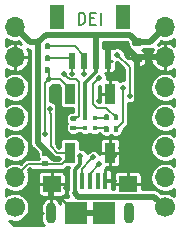
<source format=gbr>
G04 #@! TF.GenerationSoftware,KiCad,Pcbnew,5.99.0-unknown-c3175b4~86~ubuntu16.04.1*
G04 #@! TF.CreationDate,2020-03-16T03:04:42+00:00*
G04 #@! TF.ProjectId,kuiick,6b756969-636b-42e6-9b69-6361645f7063,rev?*
G04 #@! TF.SameCoordinates,Original*
G04 #@! TF.FileFunction,Copper,L1,Top*
G04 #@! TF.FilePolarity,Positive*
%FSLAX46Y46*%
G04 Gerber Fmt 4.6, Leading zero omitted, Abs format (unit mm)*
G04 Created by KiCad (PCBNEW 5.99.0-unknown-c3175b4~86~ubuntu16.04.1) date 2020-03-16 03:04:42*
%MOMM*%
%LPD*%
G04 APERTURE LIST*
%ADD10C,0.150000*%
%ADD11R,0.900000X1.700000*%
%ADD12C,1.700000*%
%ADD13O,1.700000X1.700000*%
%ADD14C,0.100000*%
%ADD15C,0.400000*%
%ADD16O,0.900000X1.800000*%
%ADD17R,1.900000X1.900000*%
%ADD18R,1.600000X1.400000*%
%ADD19R,0.400000X1.350000*%
%ADD20C,0.700000*%
%ADD21R,0.400000X0.400000*%
%ADD22R,1.198880X1.998980*%
%ADD23R,0.599440X1.348740*%
%ADD24C,0.508000*%
%ADD25C,0.127000*%
%ADD26C,0.300000*%
%ADD27C,0.500000*%
%ADD28C,0.250000*%
%ADD29C,0.254000*%
G04 APERTURE END LIST*
D10*
X149047619Y-92152380D02*
X149047619Y-91152380D01*
X149285714Y-91152380D01*
X149428571Y-91200000D01*
X149523809Y-91295238D01*
X149571428Y-91390476D01*
X149619047Y-91580952D01*
X149619047Y-91723809D01*
X149571428Y-91914285D01*
X149523809Y-92009523D01*
X149428571Y-92104761D01*
X149285714Y-92152380D01*
X149047619Y-92152380D01*
X150047619Y-91628571D02*
X150380952Y-91628571D01*
X150523809Y-92152380D02*
X150047619Y-92152380D01*
X150047619Y-91152380D01*
X150523809Y-91152380D01*
X150952380Y-92152380D02*
X150952380Y-91152380D01*
D11*
X151700000Y-98000000D03*
X148300000Y-98000000D03*
X151700000Y-103000000D03*
X148300000Y-103000000D03*
D12*
X156350000Y-107620000D03*
D13*
X156350000Y-105080000D03*
X156350000Y-102540000D03*
X156350000Y-100000000D03*
X156350000Y-97460000D03*
X156350000Y-94920000D03*
X156350000Y-92380000D03*
D12*
X143650000Y-107620000D03*
D13*
X143650000Y-105080000D03*
X143650000Y-102540000D03*
X143650000Y-100000000D03*
X143650000Y-97460000D03*
X143650000Y-94920000D03*
X143650000Y-92380000D03*
D14*
G36*
X146538268Y-95757612D02*
G01*
X146570711Y-95779289D01*
X146592388Y-95811732D01*
X146600000Y-95850000D01*
X146600000Y-96150000D01*
X146592388Y-96188268D01*
X146570711Y-96220711D01*
X146538268Y-96242388D01*
X146500000Y-96250000D01*
X146300000Y-96250000D01*
X146261732Y-96242388D01*
X146229289Y-96220711D01*
X146207612Y-96188268D01*
X146200000Y-96150000D01*
X146200000Y-95850000D01*
X146207612Y-95811732D01*
X146229289Y-95779289D01*
X146261732Y-95757612D01*
X146300000Y-95750000D01*
X146500000Y-95750000D01*
X146538268Y-95757612D01*
X146538268Y-95757612D01*
G37*
D15*
X146400000Y-96000000D03*
D14*
G36*
X145738268Y-95757612D02*
G01*
X145770711Y-95779289D01*
X145792388Y-95811732D01*
X145800000Y-95850000D01*
X145800000Y-96150000D01*
X145792388Y-96188268D01*
X145770711Y-96220711D01*
X145738268Y-96242388D01*
X145700000Y-96250000D01*
X145500000Y-96250000D01*
X145461732Y-96242388D01*
X145429289Y-96220711D01*
X145407612Y-96188268D01*
X145400000Y-96150000D01*
X145400000Y-95850000D01*
X145407612Y-95811732D01*
X145429289Y-95779289D01*
X145461732Y-95757612D01*
X145500000Y-95750000D01*
X145700000Y-95750000D01*
X145738268Y-95757612D01*
X145738268Y-95757612D01*
G37*
D15*
X145600000Y-96000000D03*
D14*
G36*
X146388268Y-103707612D02*
G01*
X146420711Y-103729289D01*
X146442388Y-103761732D01*
X146450000Y-103800000D01*
X146450000Y-104000000D01*
X146442388Y-104038268D01*
X146420711Y-104070711D01*
X146388268Y-104092388D01*
X146350000Y-104100000D01*
X146050000Y-104100000D01*
X146011732Y-104092388D01*
X145979289Y-104070711D01*
X145957612Y-104038268D01*
X145950000Y-104000000D01*
X145950000Y-103800000D01*
X145957612Y-103761732D01*
X145979289Y-103729289D01*
X146011732Y-103707612D01*
X146050000Y-103700000D01*
X146350000Y-103700000D01*
X146388268Y-103707612D01*
X146388268Y-103707612D01*
G37*
D15*
X146200000Y-103900000D03*
D14*
G36*
X146388268Y-102907612D02*
G01*
X146420711Y-102929289D01*
X146442388Y-102961732D01*
X146450000Y-103000000D01*
X146450000Y-103200000D01*
X146442388Y-103238268D01*
X146420711Y-103270711D01*
X146388268Y-103292388D01*
X146350000Y-103300000D01*
X146050000Y-103300000D01*
X146011732Y-103292388D01*
X145979289Y-103270711D01*
X145957612Y-103238268D01*
X145950000Y-103200000D01*
X145950000Y-103000000D01*
X145957612Y-102961732D01*
X145979289Y-102929289D01*
X146011732Y-102907612D01*
X146050000Y-102900000D01*
X146350000Y-102900000D01*
X146388268Y-102907612D01*
X146388268Y-102907612D01*
G37*
D15*
X146200000Y-103100000D03*
D14*
G36*
X146538268Y-93757612D02*
G01*
X146570711Y-93779289D01*
X146592388Y-93811732D01*
X146600000Y-93850000D01*
X146600000Y-94150000D01*
X146592388Y-94188268D01*
X146570711Y-94220711D01*
X146538268Y-94242388D01*
X146500000Y-94250000D01*
X146300000Y-94250000D01*
X146261732Y-94242388D01*
X146229289Y-94220711D01*
X146207612Y-94188268D01*
X146200000Y-94150000D01*
X146200000Y-93850000D01*
X146207612Y-93811732D01*
X146229289Y-93779289D01*
X146261732Y-93757612D01*
X146300000Y-93750000D01*
X146500000Y-93750000D01*
X146538268Y-93757612D01*
X146538268Y-93757612D01*
G37*
D15*
X146400000Y-94000000D03*
D14*
G36*
X145738268Y-93757612D02*
G01*
X145770711Y-93779289D01*
X145792388Y-93811732D01*
X145800000Y-93850000D01*
X145800000Y-94150000D01*
X145792388Y-94188268D01*
X145770711Y-94220711D01*
X145738268Y-94242388D01*
X145700000Y-94250000D01*
X145500000Y-94250000D01*
X145461732Y-94242388D01*
X145429289Y-94220711D01*
X145407612Y-94188268D01*
X145400000Y-94150000D01*
X145400000Y-93850000D01*
X145407612Y-93811732D01*
X145429289Y-93779289D01*
X145461732Y-93757612D01*
X145500000Y-93750000D01*
X145700000Y-93750000D01*
X145738268Y-93757612D01*
X145738268Y-93757612D01*
G37*
D15*
X145600000Y-94000000D03*
D14*
G36*
X146538268Y-94757612D02*
G01*
X146570711Y-94779289D01*
X146592388Y-94811732D01*
X146600000Y-94850000D01*
X146600000Y-95150000D01*
X146592388Y-95188268D01*
X146570711Y-95220711D01*
X146538268Y-95242388D01*
X146500000Y-95250000D01*
X146300000Y-95250000D01*
X146261732Y-95242388D01*
X146229289Y-95220711D01*
X146207612Y-95188268D01*
X146200000Y-95150000D01*
X146200000Y-94850000D01*
X146207612Y-94811732D01*
X146229289Y-94779289D01*
X146261732Y-94757612D01*
X146300000Y-94750000D01*
X146500000Y-94750000D01*
X146538268Y-94757612D01*
X146538268Y-94757612D01*
G37*
D15*
X146400000Y-95000000D03*
D14*
G36*
X145738268Y-94757612D02*
G01*
X145770711Y-94779289D01*
X145792388Y-94811732D01*
X145800000Y-94850000D01*
X145800000Y-95150000D01*
X145792388Y-95188268D01*
X145770711Y-95220711D01*
X145738268Y-95242388D01*
X145700000Y-95250000D01*
X145500000Y-95250000D01*
X145461732Y-95242388D01*
X145429289Y-95220711D01*
X145407612Y-95188268D01*
X145400000Y-95150000D01*
X145400000Y-94850000D01*
X145407612Y-94811732D01*
X145429289Y-94779289D01*
X145461732Y-94757612D01*
X145500000Y-94750000D01*
X145700000Y-94750000D01*
X145738268Y-94757612D01*
X145738268Y-94757612D01*
G37*
D15*
X145600000Y-95000000D03*
D16*
X153300000Y-108100000D03*
X146700000Y-108100000D03*
D17*
X151200000Y-108100000D03*
X148800000Y-108100000D03*
D18*
X153200000Y-105650000D03*
X146800000Y-105650000D03*
D19*
X151300000Y-105425000D03*
X150650000Y-105425000D03*
X150000000Y-105425000D03*
X149350000Y-105425000D03*
X148700000Y-105425000D03*
D14*
G36*
X154291970Y-94663321D02*
G01*
X154348744Y-94701256D01*
X154386679Y-94758030D01*
X154400000Y-94825000D01*
X154400000Y-95175000D01*
X154386679Y-95241970D01*
X154348744Y-95298744D01*
X154291970Y-95336679D01*
X154225000Y-95350000D01*
X153775000Y-95350000D01*
X153708030Y-95336679D01*
X153651256Y-95298744D01*
X153613321Y-95241970D01*
X153600000Y-95175000D01*
X153600000Y-94825000D01*
X153613321Y-94758030D01*
X153651256Y-94701256D01*
X153708030Y-94663321D01*
X153775000Y-94650000D01*
X154225000Y-94650000D01*
X154291970Y-94663321D01*
X154291970Y-94663321D01*
G37*
D20*
X154000000Y-95000000D03*
D14*
G36*
X154291970Y-93263321D02*
G01*
X154348744Y-93301256D01*
X154386679Y-93358030D01*
X154400000Y-93425000D01*
X154400000Y-93775000D01*
X154386679Y-93841970D01*
X154348744Y-93898744D01*
X154291970Y-93936679D01*
X154225000Y-93950000D01*
X153775000Y-93950000D01*
X153708030Y-93936679D01*
X153651256Y-93898744D01*
X153613321Y-93841970D01*
X153600000Y-93775000D01*
X153600000Y-93425000D01*
X153613321Y-93358030D01*
X153651256Y-93301256D01*
X153708030Y-93263321D01*
X153775000Y-93250000D01*
X154225000Y-93250000D01*
X154291970Y-93263321D01*
X154291970Y-93263321D01*
G37*
D20*
X154000000Y-93600000D03*
D14*
G36*
X151538268Y-99757612D02*
G01*
X151570711Y-99779289D01*
X151592388Y-99811732D01*
X151600000Y-99850000D01*
X151600000Y-100150000D01*
X151592388Y-100188268D01*
X151570711Y-100220711D01*
X151538268Y-100242388D01*
X151500000Y-100250000D01*
X151300000Y-100250000D01*
X151261732Y-100242388D01*
X151229289Y-100220711D01*
X151207612Y-100188268D01*
X151200000Y-100150000D01*
X151200000Y-99850000D01*
X151207612Y-99811732D01*
X151229289Y-99779289D01*
X151261732Y-99757612D01*
X151300000Y-99750000D01*
X151500000Y-99750000D01*
X151538268Y-99757612D01*
X151538268Y-99757612D01*
G37*
D15*
X151400000Y-100000000D03*
D14*
G36*
X152338268Y-99757612D02*
G01*
X152370711Y-99779289D01*
X152392388Y-99811732D01*
X152400000Y-99850000D01*
X152400000Y-100150000D01*
X152392388Y-100188268D01*
X152370711Y-100220711D01*
X152338268Y-100242388D01*
X152300000Y-100250000D01*
X152100000Y-100250000D01*
X152061732Y-100242388D01*
X152029289Y-100220711D01*
X152007612Y-100188268D01*
X152000000Y-100150000D01*
X152000000Y-99850000D01*
X152007612Y-99811732D01*
X152029289Y-99779289D01*
X152061732Y-99757612D01*
X152100000Y-99750000D01*
X152300000Y-99750000D01*
X152338268Y-99757612D01*
X152338268Y-99757612D01*
G37*
D15*
X152200000Y-100000000D03*
D14*
G36*
X151538268Y-100757612D02*
G01*
X151570711Y-100779289D01*
X151592388Y-100811732D01*
X151600000Y-100850000D01*
X151600000Y-101150000D01*
X151592388Y-101188268D01*
X151570711Y-101220711D01*
X151538268Y-101242388D01*
X151500000Y-101250000D01*
X151300000Y-101250000D01*
X151261732Y-101242388D01*
X151229289Y-101220711D01*
X151207612Y-101188268D01*
X151200000Y-101150000D01*
X151200000Y-100850000D01*
X151207612Y-100811732D01*
X151229289Y-100779289D01*
X151261732Y-100757612D01*
X151300000Y-100750000D01*
X151500000Y-100750000D01*
X151538268Y-100757612D01*
X151538268Y-100757612D01*
G37*
D15*
X151400000Y-101000000D03*
D14*
G36*
X152338268Y-100757612D02*
G01*
X152370711Y-100779289D01*
X152392388Y-100811732D01*
X152400000Y-100850000D01*
X152400000Y-101150000D01*
X152392388Y-101188268D01*
X152370711Y-101220711D01*
X152338268Y-101242388D01*
X152300000Y-101250000D01*
X152100000Y-101250000D01*
X152061732Y-101242388D01*
X152029289Y-101220711D01*
X152007612Y-101188268D01*
X152000000Y-101150000D01*
X152000000Y-100850000D01*
X152007612Y-100811732D01*
X152029289Y-100779289D01*
X152061732Y-100757612D01*
X152100000Y-100750000D01*
X152300000Y-100750000D01*
X152338268Y-100757612D01*
X152338268Y-100757612D01*
G37*
D15*
X152200000Y-101000000D03*
D14*
G36*
X148788268Y-100707612D02*
G01*
X148820711Y-100729289D01*
X148842388Y-100761732D01*
X148850000Y-100800000D01*
X148850000Y-101000000D01*
X148842388Y-101038268D01*
X148820711Y-101070711D01*
X148788268Y-101092388D01*
X148750000Y-101100000D01*
X148450000Y-101100000D01*
X148411732Y-101092388D01*
X148379289Y-101070711D01*
X148357612Y-101038268D01*
X148350000Y-101000000D01*
X148350000Y-100800000D01*
X148357612Y-100761732D01*
X148379289Y-100729289D01*
X148411732Y-100707612D01*
X148450000Y-100700000D01*
X148750000Y-100700000D01*
X148788268Y-100707612D01*
X148788268Y-100707612D01*
G37*
D15*
X148600000Y-100900000D03*
D14*
G36*
X148788268Y-99907612D02*
G01*
X148820711Y-99929289D01*
X148842388Y-99961732D01*
X148850000Y-100000000D01*
X148850000Y-100200000D01*
X148842388Y-100238268D01*
X148820711Y-100270711D01*
X148788268Y-100292388D01*
X148750000Y-100300000D01*
X148450000Y-100300000D01*
X148411732Y-100292388D01*
X148379289Y-100270711D01*
X148357612Y-100238268D01*
X148350000Y-100200000D01*
X148350000Y-100000000D01*
X148357612Y-99961732D01*
X148379289Y-99929289D01*
X148411732Y-99907612D01*
X148450000Y-99900000D01*
X148750000Y-99900000D01*
X148788268Y-99907612D01*
X148788268Y-99907612D01*
G37*
D15*
X148600000Y-100100000D03*
D21*
X149600000Y-100100000D03*
X150400000Y-100100000D03*
X150400000Y-100900000D03*
X149600000Y-100900000D03*
D22*
X152799080Y-91527160D03*
X147200920Y-91527160D03*
D23*
X148501400Y-95200000D03*
X149502160Y-95200000D03*
X150497840Y-95200000D03*
X151498600Y-95200000D03*
D24*
X147900000Y-93000000D03*
X149200000Y-103300000D03*
X148000000Y-104800000D03*
X152000000Y-105400000D03*
X145600000Y-98600000D03*
X149500000Y-96300000D03*
X148500000Y-96300000D03*
X147400000Y-102500000D03*
X148000000Y-106000000D03*
X147300000Y-97600000D03*
X152800000Y-97500000D03*
X153354991Y-98181627D03*
X150795990Y-96700000D03*
X154000000Y-96100000D03*
X146645009Y-99300000D03*
X147400000Y-103500000D03*
X150800000Y-104000000D03*
X150300000Y-103400000D03*
X150800000Y-98600000D03*
X152600000Y-102600000D03*
X150500000Y-93000000D03*
X151500000Y-94000000D03*
X152300000Y-94700000D03*
X146500000Y-96800000D03*
X147800000Y-96300000D03*
X146229010Y-101381808D03*
X144900000Y-104500000D03*
X144900000Y-103400000D03*
X144900000Y-106600000D03*
X146700000Y-106800000D03*
D25*
X148500000Y-95201400D02*
X148501400Y-95200000D01*
X148500000Y-96300000D02*
X148500000Y-95201400D01*
X149500000Y-95202160D02*
X149502160Y-95200000D01*
X149500000Y-96300000D02*
X149500000Y-95202160D01*
D26*
X149200000Y-103950000D02*
X149200000Y-103659210D01*
X148700000Y-104450000D02*
X149200000Y-103950000D01*
X149200000Y-103659210D02*
X149200000Y-103300000D01*
X148700000Y-105425000D02*
X148700000Y-104450000D01*
X156350000Y-107620000D02*
X156320000Y-107620000D01*
X151325000Y-105400000D02*
X151300000Y-105425000D01*
X152000000Y-105400000D02*
X151325000Y-105400000D01*
D10*
X149600000Y-100900000D02*
X148600000Y-100900000D01*
X151300000Y-100900000D02*
X151400000Y-101000000D01*
X150400000Y-100900000D02*
X151300000Y-100900000D01*
X151300000Y-100100000D02*
X151400000Y-100000000D01*
X150400000Y-100100000D02*
X151300000Y-100100000D01*
X145600000Y-98500000D02*
X145500000Y-98600000D01*
X148300000Y-103000000D02*
X148300000Y-102700000D01*
X148301400Y-95000000D02*
X148501400Y-95200000D01*
X146400000Y-95000000D02*
X148301400Y-95000000D01*
X149502160Y-94802160D02*
X149502160Y-95200000D01*
D27*
X151800000Y-98000000D02*
X151800000Y-97600000D01*
X151498600Y-95574650D02*
X151498600Y-95200000D01*
X148800000Y-108100000D02*
X151200000Y-108100000D01*
X152950000Y-105400000D02*
X153200000Y-105650000D01*
X147150000Y-106000000D02*
X146800000Y-105650000D01*
X152000000Y-103300000D02*
X151700000Y-103000000D01*
X151800000Y-98400000D02*
X151800000Y-98000000D01*
D26*
X149600000Y-97072210D02*
X150497840Y-96174370D01*
X150497840Y-96174370D02*
X150497840Y-95200000D01*
X149600000Y-100100000D02*
X149600000Y-97072210D01*
D27*
X154000000Y-95000000D02*
X154000000Y-96100000D01*
X151700000Y-103000000D02*
X151700000Y-102600000D01*
D10*
X152800000Y-97859210D02*
X152800000Y-97500000D01*
X152800000Y-100400000D02*
X152800000Y-97859210D01*
X152200000Y-101000000D02*
X152800000Y-100400000D01*
X149350000Y-105425000D02*
X149350000Y-104350000D01*
X150046001Y-103653999D02*
X150300000Y-103400000D01*
X149350000Y-104350000D02*
X150046001Y-103653999D01*
X150000000Y-104800000D02*
X150800000Y-104000000D01*
X150000000Y-105425000D02*
X150000000Y-104800000D01*
D27*
X145600000Y-95900000D02*
X145600000Y-93900000D01*
X147400000Y-101924998D02*
X147400000Y-102140790D01*
X147624998Y-101700000D02*
X147400000Y-101924998D01*
X147400000Y-102140790D02*
X147400000Y-102500000D01*
X150800000Y-101700000D02*
X147624998Y-101700000D01*
X147300000Y-101375002D02*
X147624998Y-101700000D01*
X147300000Y-97600000D02*
X147300000Y-101375002D01*
D10*
X150795990Y-96700000D02*
X150300000Y-97195990D01*
X150300000Y-97195990D02*
X150300000Y-98900000D01*
X150600000Y-99200000D02*
X151400000Y-99200000D01*
X150300000Y-98900000D02*
X150600000Y-99200000D01*
X152200000Y-100000000D02*
X151400000Y-99200000D01*
D27*
X151800000Y-98400000D02*
X151600000Y-98600000D01*
X154000000Y-101200000D02*
X152600000Y-102600000D01*
X154000000Y-96100000D02*
X154000000Y-101200000D01*
X156320000Y-92380000D02*
X156350000Y-92380000D01*
X155100000Y-93600000D02*
X156320000Y-92380000D01*
X154000000Y-93600000D02*
X155100000Y-93600000D01*
X155147919Y-94920000D02*
X156350000Y-94920000D01*
X155143918Y-94915999D02*
X155147919Y-94920000D01*
X154084001Y-94915999D02*
X155143918Y-94915999D01*
X154000000Y-95000000D02*
X154084001Y-94915999D01*
X147150000Y-105650000D02*
X146800000Y-105650000D01*
X155455001Y-106725001D02*
X156350000Y-107620000D01*
X149025001Y-106725001D02*
X155455001Y-106725001D01*
X148700000Y-106400000D02*
X149025001Y-106725001D01*
D26*
X148700000Y-105425000D02*
X148700000Y-106400000D01*
D27*
X150497840Y-95200000D02*
X150497840Y-93002160D01*
X150497840Y-93002160D02*
X150500000Y-93000000D01*
X153400000Y-93000000D02*
X150500000Y-93000000D01*
X154000000Y-93600000D02*
X153400000Y-93000000D01*
X151500000Y-95198600D02*
X151498600Y-95200000D01*
X151500000Y-94000000D02*
X151500000Y-95198600D01*
X153000000Y-94000000D02*
X153400000Y-94400000D01*
X151500000Y-94000000D02*
X153000000Y-94000000D01*
D10*
X153354991Y-98181627D02*
X153354991Y-95754991D01*
X153354991Y-95754991D02*
X152300000Y-94700000D01*
X144730000Y-104000000D02*
X143650000Y-105080000D01*
X148300000Y-103300000D02*
X147600000Y-104000000D01*
X148300000Y-103000000D02*
X148300000Y-103300000D01*
D27*
X147400000Y-103500000D02*
X147050000Y-103500000D01*
D10*
X146400000Y-104000000D02*
X144730000Y-104000000D01*
X147600000Y-104000000D02*
X146400000Y-104000000D01*
X148400000Y-98300000D02*
X148400000Y-97700000D01*
X148400000Y-97700000D02*
X147500000Y-96800000D01*
X146859210Y-96800000D02*
X146500000Y-96800000D01*
X147500000Y-96800000D02*
X146859210Y-96800000D01*
X146500000Y-96100000D02*
X146400000Y-96000000D01*
X146500000Y-96800000D02*
X146500000Y-96100000D01*
X149050001Y-99899999D02*
X149050001Y-96989999D01*
X148300000Y-96800000D02*
X148053999Y-96553999D01*
X148053999Y-96553999D02*
X147800000Y-96300000D01*
X148850000Y-100100000D02*
X149050001Y-99899999D01*
X149050001Y-96989999D02*
X148860002Y-96800000D01*
X148600000Y-100100000D02*
X148850000Y-100100000D01*
X148860002Y-96800000D02*
X148300000Y-96800000D01*
X148700000Y-94000000D02*
X149502160Y-94802160D01*
X146400000Y-94000000D02*
X148700000Y-94000000D01*
D27*
X150140790Y-93000000D02*
X150500000Y-93000000D01*
X145600000Y-93650000D02*
X146250000Y-93000000D01*
X146250000Y-93000000D02*
X150140790Y-93000000D01*
X145600000Y-93900000D02*
X145600000Y-93650000D01*
X144920000Y-93650000D02*
X145600000Y-93650000D01*
X143650000Y-92380000D02*
X144920000Y-93650000D01*
X146920620Y-103500000D02*
X147400000Y-103500000D01*
X145600000Y-102179380D02*
X146920620Y-103500000D01*
X145600000Y-96000000D02*
X145600000Y-102179380D01*
D10*
X146683011Y-102454933D02*
X146683011Y-99697212D01*
X146184368Y-100977956D02*
X146229010Y-101022598D01*
X146683011Y-99697212D02*
X146645009Y-99659210D01*
X146229010Y-101022598D02*
X146229010Y-101381808D01*
X146645009Y-99659210D02*
X146645009Y-99300000D01*
X146500000Y-96800000D02*
X146184368Y-97115632D01*
X147228078Y-103000000D02*
X146683011Y-102454933D01*
X148300000Y-103000000D02*
X147228078Y-103000000D01*
X146184368Y-97115632D02*
X146184368Y-100977956D01*
X146300000Y-104000000D02*
X146400000Y-104000000D01*
X146200000Y-103900000D02*
X146300000Y-104000000D01*
D27*
X154000000Y-95000000D02*
X153400000Y-94400000D01*
X146700000Y-105750000D02*
X146700000Y-106800000D01*
X146800000Y-105650000D02*
X146700000Y-105750000D01*
D28*
X147500000Y-106800000D02*
X148800000Y-108100000D01*
X146700000Y-106800000D02*
X147500000Y-106800000D01*
D29*
G36*
X148200751Y-104243205D02*
G01*
X148159619Y-104450000D01*
X148170001Y-104502196D01*
X148170001Y-104559896D01*
X148142047Y-104601731D01*
X148115024Y-104737590D01*
X148115024Y-106112410D01*
X148122187Y-106148419D01*
X148082080Y-106234428D01*
X148062716Y-106455754D01*
X148120219Y-106670357D01*
X148186506Y-106765024D01*
X147837590Y-106765024D01*
X147701731Y-106792047D01*
X147576035Y-106876035D01*
X147492047Y-107001731D01*
X147465024Y-107137590D01*
X147465024Y-107326366D01*
X147440945Y-107262643D01*
X147327159Y-107097083D01*
X147177166Y-106963446D01*
X146999627Y-106869444D01*
X146701000Y-106794434D01*
X146701000Y-107464017D01*
X146699000Y-107464289D01*
X146699000Y-106796620D01*
X146408563Y-106866349D01*
X146230047Y-106958487D01*
X146078664Y-107090549D01*
X145963152Y-107254906D01*
X145890057Y-107442387D01*
X145870000Y-107601150D01*
X145870000Y-108099000D01*
X146069920Y-108099000D01*
X146069894Y-108101000D01*
X145870000Y-108101000D01*
X145870000Y-108600319D01*
X145888047Y-108749436D01*
X145959056Y-108937357D01*
X146072842Y-109102916D01*
X146092017Y-109120000D01*
X143556961Y-109120000D01*
X143551251Y-109118249D01*
X143545895Y-109117705D01*
X143190458Y-108762268D01*
X143353176Y-108819411D01*
X143585334Y-108853900D01*
X143819826Y-108843867D01*
X144048189Y-108789673D01*
X144262185Y-108693276D01*
X144454092Y-108558151D01*
X144616985Y-108389175D01*
X144744987Y-108192445D01*
X144833479Y-107975061D01*
X144879301Y-107744702D01*
X144880141Y-107503884D01*
X144835929Y-107273210D01*
X144748956Y-107055213D01*
X144622331Y-106857595D01*
X144460622Y-106687486D01*
X144269663Y-106551025D01*
X144056345Y-106453135D01*
X143828365Y-106397349D01*
X143593949Y-106385679D01*
X143361556Y-106418546D01*
X143139571Y-106494766D01*
X142936003Y-106611586D01*
X142880000Y-106659841D01*
X142880000Y-106045639D01*
X142884205Y-106049664D01*
X143081380Y-106176979D01*
X143301961Y-106265875D01*
X143606284Y-106310000D01*
X143708624Y-106310000D01*
X143883645Y-106293302D01*
X144108860Y-106227230D01*
X144317517Y-106119765D01*
X144502090Y-105974782D01*
X144655915Y-105797513D01*
X144740674Y-105651000D01*
X145615024Y-105651000D01*
X145615024Y-106362410D01*
X145642047Y-106498269D01*
X145726035Y-106623965D01*
X145851731Y-106707953D01*
X145987590Y-106734976D01*
X146799000Y-106734976D01*
X146799000Y-105651000D01*
X146801000Y-105651000D01*
X146801000Y-106734976D01*
X147612410Y-106734976D01*
X147748269Y-106707953D01*
X147873965Y-106623965D01*
X147957953Y-106498269D01*
X147984976Y-106362410D01*
X147984976Y-105651000D01*
X146801000Y-105651000D01*
X146799000Y-105651000D01*
X145615024Y-105651000D01*
X144740674Y-105651000D01*
X144773446Y-105594353D01*
X144850439Y-105372635D01*
X144884118Y-105140358D01*
X144874733Y-104937590D01*
X145615024Y-104937590D01*
X145615024Y-105649000D01*
X146799000Y-105649000D01*
X146799000Y-104565024D01*
X146801000Y-104565024D01*
X146801000Y-105649000D01*
X147984976Y-105649000D01*
X147984976Y-104937590D01*
X147957953Y-104801731D01*
X147873965Y-104676035D01*
X147748269Y-104592047D01*
X147612410Y-104565024D01*
X146801000Y-104565024D01*
X146799000Y-104565024D01*
X145987590Y-104565024D01*
X145851731Y-104592047D01*
X145726035Y-104676035D01*
X145642047Y-104801731D01*
X145615024Y-104937590D01*
X144874733Y-104937590D01*
X144873266Y-104905904D01*
X144818276Y-104677730D01*
X144779975Y-104593491D01*
X144918466Y-104455000D01*
X145888853Y-104455000D01*
X146039549Y-104484976D01*
X146360451Y-104484976D01*
X146511147Y-104455000D01*
X147588093Y-104455000D01*
X147679737Y-104459803D01*
X147718754Y-104439923D01*
X147789200Y-104424949D01*
X147945686Y-104311256D01*
X147964095Y-104279370D01*
X148008489Y-104234976D01*
X148206250Y-104234976D01*
X148200751Y-104243205D01*
X148200751Y-104243205D01*
G37*
X148200751Y-104243205D02*
X148159619Y-104450000D01*
X148170001Y-104502196D01*
X148170001Y-104559896D01*
X148142047Y-104601731D01*
X148115024Y-104737590D01*
X148115024Y-106112410D01*
X148122187Y-106148419D01*
X148082080Y-106234428D01*
X148062716Y-106455754D01*
X148120219Y-106670357D01*
X148186506Y-106765024D01*
X147837590Y-106765024D01*
X147701731Y-106792047D01*
X147576035Y-106876035D01*
X147492047Y-107001731D01*
X147465024Y-107137590D01*
X147465024Y-107326366D01*
X147440945Y-107262643D01*
X147327159Y-107097083D01*
X147177166Y-106963446D01*
X146999627Y-106869444D01*
X146701000Y-106794434D01*
X146701000Y-107464017D01*
X146699000Y-107464289D01*
X146699000Y-106796620D01*
X146408563Y-106866349D01*
X146230047Y-106958487D01*
X146078664Y-107090549D01*
X145963152Y-107254906D01*
X145890057Y-107442387D01*
X145870000Y-107601150D01*
X145870000Y-108099000D01*
X146069920Y-108099000D01*
X146069894Y-108101000D01*
X145870000Y-108101000D01*
X145870000Y-108600319D01*
X145888047Y-108749436D01*
X145959056Y-108937357D01*
X146072842Y-109102916D01*
X146092017Y-109120000D01*
X143556961Y-109120000D01*
X143551251Y-109118249D01*
X143545895Y-109117705D01*
X143190458Y-108762268D01*
X143353176Y-108819411D01*
X143585334Y-108853900D01*
X143819826Y-108843867D01*
X144048189Y-108789673D01*
X144262185Y-108693276D01*
X144454092Y-108558151D01*
X144616985Y-108389175D01*
X144744987Y-108192445D01*
X144833479Y-107975061D01*
X144879301Y-107744702D01*
X144880141Y-107503884D01*
X144835929Y-107273210D01*
X144748956Y-107055213D01*
X144622331Y-106857595D01*
X144460622Y-106687486D01*
X144269663Y-106551025D01*
X144056345Y-106453135D01*
X143828365Y-106397349D01*
X143593949Y-106385679D01*
X143361556Y-106418546D01*
X143139571Y-106494766D01*
X142936003Y-106611586D01*
X142880000Y-106659841D01*
X142880000Y-106045639D01*
X142884205Y-106049664D01*
X143081380Y-106176979D01*
X143301961Y-106265875D01*
X143606284Y-106310000D01*
X143708624Y-106310000D01*
X143883645Y-106293302D01*
X144108860Y-106227230D01*
X144317517Y-106119765D01*
X144502090Y-105974782D01*
X144655915Y-105797513D01*
X144740674Y-105651000D01*
X145615024Y-105651000D01*
X145615024Y-106362410D01*
X145642047Y-106498269D01*
X145726035Y-106623965D01*
X145851731Y-106707953D01*
X145987590Y-106734976D01*
X146799000Y-106734976D01*
X146799000Y-105651000D01*
X146801000Y-105651000D01*
X146801000Y-106734976D01*
X147612410Y-106734976D01*
X147748269Y-106707953D01*
X147873965Y-106623965D01*
X147957953Y-106498269D01*
X147984976Y-106362410D01*
X147984976Y-105651000D01*
X146801000Y-105651000D01*
X146799000Y-105651000D01*
X145615024Y-105651000D01*
X144740674Y-105651000D01*
X144773446Y-105594353D01*
X144850439Y-105372635D01*
X144884118Y-105140358D01*
X144874733Y-104937590D01*
X145615024Y-104937590D01*
X145615024Y-105649000D01*
X146799000Y-105649000D01*
X146799000Y-104565024D01*
X146801000Y-104565024D01*
X146801000Y-105649000D01*
X147984976Y-105649000D01*
X147984976Y-104937590D01*
X147957953Y-104801731D01*
X147873965Y-104676035D01*
X147748269Y-104592047D01*
X147612410Y-104565024D01*
X146801000Y-104565024D01*
X146799000Y-104565024D01*
X145987590Y-104565024D01*
X145851731Y-104592047D01*
X145726035Y-104676035D01*
X145642047Y-104801731D01*
X145615024Y-104937590D01*
X144874733Y-104937590D01*
X144873266Y-104905904D01*
X144818276Y-104677730D01*
X144779975Y-104593491D01*
X144918466Y-104455000D01*
X145888853Y-104455000D01*
X146039549Y-104484976D01*
X146360451Y-104484976D01*
X146511147Y-104455000D01*
X147588093Y-104455000D01*
X147679737Y-104459803D01*
X147718754Y-104439923D01*
X147789200Y-104424949D01*
X147945686Y-104311256D01*
X147964095Y-104279370D01*
X148008489Y-104234976D01*
X148206250Y-104234976D01*
X148200751Y-104243205D01*
G36*
X157120001Y-93954362D02*
G01*
X157115795Y-93950336D01*
X156918620Y-93823021D01*
X156698039Y-93734125D01*
X156351000Y-93683806D01*
X156351000Y-96155497D01*
X156583645Y-96133302D01*
X156808860Y-96067230D01*
X157017517Y-95959765D01*
X157120001Y-95879263D01*
X157120001Y-96494362D01*
X157115795Y-96490336D01*
X156918620Y-96363021D01*
X156698039Y-96274125D01*
X156393716Y-96230000D01*
X156291376Y-96230000D01*
X156116355Y-96246698D01*
X155891140Y-96312770D01*
X155682483Y-96420235D01*
X155497910Y-96565218D01*
X155344085Y-96742487D01*
X155226554Y-96945647D01*
X155149561Y-97167365D01*
X155115882Y-97399642D01*
X155126734Y-97634096D01*
X155181724Y-97862270D01*
X155278868Y-98075928D01*
X155414663Y-98267362D01*
X155584205Y-98429664D01*
X155781380Y-98556979D01*
X156001961Y-98645875D01*
X156306284Y-98690000D01*
X156408624Y-98690000D01*
X156583645Y-98673302D01*
X156808860Y-98607230D01*
X157017517Y-98499765D01*
X157120001Y-98419263D01*
X157120001Y-99034362D01*
X157115795Y-99030336D01*
X156918620Y-98903021D01*
X156698039Y-98814125D01*
X156393716Y-98770000D01*
X156291376Y-98770000D01*
X156116355Y-98786698D01*
X155891140Y-98852770D01*
X155682483Y-98960235D01*
X155497910Y-99105218D01*
X155344085Y-99282487D01*
X155226554Y-99485647D01*
X155149561Y-99707365D01*
X155115882Y-99939642D01*
X155126734Y-100174096D01*
X155181724Y-100402270D01*
X155278868Y-100615928D01*
X155414663Y-100807362D01*
X155584205Y-100969664D01*
X155781380Y-101096979D01*
X156001961Y-101185875D01*
X156306284Y-101230000D01*
X156408624Y-101230000D01*
X156583645Y-101213302D01*
X156808860Y-101147230D01*
X157017517Y-101039765D01*
X157120000Y-100959264D01*
X157120000Y-101574361D01*
X157115795Y-101570336D01*
X156918620Y-101443021D01*
X156698039Y-101354125D01*
X156393716Y-101310000D01*
X156291376Y-101310000D01*
X156116355Y-101326698D01*
X155891140Y-101392770D01*
X155682483Y-101500235D01*
X155497910Y-101645218D01*
X155344085Y-101822487D01*
X155226554Y-102025647D01*
X155149561Y-102247365D01*
X155115882Y-102479642D01*
X155126734Y-102714096D01*
X155181724Y-102942270D01*
X155278868Y-103155928D01*
X155414663Y-103347362D01*
X155584205Y-103509664D01*
X155781380Y-103636979D01*
X156001961Y-103725875D01*
X156306284Y-103770000D01*
X156408624Y-103770000D01*
X156583645Y-103753302D01*
X156808860Y-103687230D01*
X157017517Y-103579765D01*
X157120000Y-103499264D01*
X157120000Y-104114361D01*
X157115795Y-104110336D01*
X156918620Y-103983021D01*
X156698039Y-103894125D01*
X156393716Y-103850000D01*
X156291376Y-103850000D01*
X156116355Y-103866698D01*
X155891140Y-103932770D01*
X155682483Y-104040235D01*
X155497910Y-104185218D01*
X155344085Y-104362487D01*
X155226554Y-104565647D01*
X155149561Y-104787365D01*
X155115882Y-105019642D01*
X155126734Y-105254096D01*
X155181724Y-105482270D01*
X155278868Y-105695928D01*
X155414663Y-105887362D01*
X155584205Y-106049664D01*
X155781380Y-106176979D01*
X156001961Y-106265875D01*
X156306284Y-106310000D01*
X156408624Y-106310000D01*
X156583645Y-106293302D01*
X156808860Y-106227230D01*
X157017517Y-106119765D01*
X157120000Y-106039264D01*
X157120000Y-106658457D01*
X156969663Y-106551025D01*
X156756345Y-106453135D01*
X156528365Y-106397349D01*
X156293949Y-106385679D01*
X156061556Y-106418546D01*
X156045137Y-106424184D01*
X155919940Y-106298987D01*
X155866204Y-106234948D01*
X155793811Y-106193152D01*
X155725357Y-106145219D01*
X155698172Y-106137935D01*
X155673798Y-106123862D01*
X155591480Y-106109347D01*
X155510755Y-106087717D01*
X155427496Y-106095001D01*
X154384976Y-106095001D01*
X154384976Y-105651000D01*
X152015024Y-105651000D01*
X152015024Y-106095001D01*
X151884976Y-106095001D01*
X151884976Y-105426000D01*
X151299000Y-105426000D01*
X151299000Y-104391643D01*
X151301000Y-104389260D01*
X151301000Y-105424000D01*
X151884976Y-105424000D01*
X151884976Y-104937590D01*
X152015024Y-104937590D01*
X152015024Y-105649000D01*
X153199000Y-105649000D01*
X153199000Y-104565024D01*
X153201000Y-104565024D01*
X153201000Y-105649000D01*
X154384976Y-105649000D01*
X154384976Y-104937590D01*
X154357953Y-104801731D01*
X154273965Y-104676035D01*
X154148269Y-104592047D01*
X154012410Y-104565024D01*
X153201000Y-104565024D01*
X153199000Y-104565024D01*
X152387590Y-104565024D01*
X152251731Y-104592047D01*
X152126035Y-104676035D01*
X152042047Y-104801731D01*
X152015024Y-104937590D01*
X151884976Y-104937590D01*
X151884976Y-104737590D01*
X151857953Y-104601731D01*
X151773965Y-104476035D01*
X151648269Y-104392047D01*
X151512410Y-104365024D01*
X151321336Y-104365024D01*
X151357530Y-104321890D01*
X151389163Y-104234976D01*
X151699000Y-104234976D01*
X151699000Y-103001000D01*
X151701000Y-103001000D01*
X151701000Y-104234976D01*
X152162410Y-104234976D01*
X152298269Y-104207953D01*
X152423965Y-104123965D01*
X152507953Y-103998269D01*
X152534976Y-103862410D01*
X152534976Y-103001000D01*
X151701000Y-103001000D01*
X151699000Y-103001000D01*
X150865024Y-103001000D01*
X150865024Y-103098700D01*
X150857530Y-103078110D01*
X150713814Y-102906836D01*
X150520185Y-102795045D01*
X150300000Y-102756220D01*
X150079815Y-102795045D01*
X149886186Y-102906836D01*
X149778359Y-103035339D01*
X149757530Y-102978110D01*
X149613814Y-102806836D01*
X149420185Y-102695045D01*
X149200000Y-102656220D01*
X149134976Y-102667686D01*
X149134976Y-102137590D01*
X150865024Y-102137590D01*
X150865024Y-102999000D01*
X151699000Y-102999000D01*
X151699000Y-101765024D01*
X151701000Y-101765024D01*
X151701000Y-102999000D01*
X152534976Y-102999000D01*
X152534976Y-102137590D01*
X152507953Y-102001731D01*
X152423965Y-101876035D01*
X152298269Y-101792047D01*
X152162410Y-101765024D01*
X151701000Y-101765024D01*
X151699000Y-101765024D01*
X151237590Y-101765024D01*
X151101731Y-101792047D01*
X150976035Y-101876035D01*
X150892047Y-102001731D01*
X150865024Y-102137590D01*
X149134976Y-102137590D01*
X149107953Y-102001731D01*
X149023965Y-101876035D01*
X148898269Y-101792047D01*
X148762410Y-101765024D01*
X147837590Y-101765024D01*
X147701731Y-101792047D01*
X147576035Y-101876035D01*
X147492047Y-102001731D01*
X147465024Y-102137590D01*
X147465024Y-102545000D01*
X147416544Y-102545000D01*
X147138011Y-102266467D01*
X147138011Y-99709120D01*
X147138588Y-99698103D01*
X147202539Y-99621890D01*
X147279008Y-99411791D01*
X147279008Y-99188209D01*
X147202539Y-98978110D01*
X147058823Y-98806836D01*
X146865194Y-98695045D01*
X146645009Y-98656220D01*
X146639368Y-98657215D01*
X146639368Y-97419205D01*
X146720185Y-97404955D01*
X146913814Y-97293164D01*
X146945837Y-97255000D01*
X147311534Y-97255000D01*
X147465024Y-97408491D01*
X147465024Y-98862410D01*
X147492047Y-98998269D01*
X147576035Y-99123965D01*
X147701731Y-99207953D01*
X147837590Y-99234976D01*
X148595001Y-99234976D01*
X148595001Y-99515024D01*
X148439549Y-99515024D01*
X148264672Y-99549810D01*
X148105898Y-99655898D01*
X147999810Y-99814672D01*
X147965024Y-99989549D01*
X147965024Y-100210451D01*
X147999810Y-100385328D01*
X148076430Y-100500000D01*
X147999810Y-100614672D01*
X147965024Y-100789549D01*
X147965024Y-101010451D01*
X147999810Y-101185328D01*
X148105898Y-101344102D01*
X148264672Y-101450190D01*
X148439549Y-101484976D01*
X148760451Y-101484976D01*
X148935328Y-101450190D01*
X149077793Y-101355000D01*
X149113363Y-101355000D01*
X149126035Y-101373965D01*
X149251731Y-101457953D01*
X149387590Y-101484976D01*
X149812410Y-101484976D01*
X149948269Y-101457953D01*
X150000000Y-101423387D01*
X150051731Y-101457953D01*
X150187590Y-101484976D01*
X150612410Y-101484976D01*
X150748269Y-101457953D01*
X150873965Y-101373965D01*
X150874796Y-101372722D01*
X150955898Y-101494102D01*
X151114672Y-101600190D01*
X151289549Y-101634976D01*
X151510451Y-101634976D01*
X151685328Y-101600190D01*
X151800000Y-101523570D01*
X151914672Y-101600190D01*
X152089549Y-101634976D01*
X152310451Y-101634976D01*
X152485328Y-101600190D01*
X152644102Y-101494102D01*
X152750190Y-101335328D01*
X152784976Y-101160451D01*
X152784976Y-101058491D01*
X153113313Y-100730155D01*
X153181514Y-100668747D01*
X153195046Y-100627098D01*
X153234268Y-100566701D01*
X153264527Y-100375656D01*
X153255000Y-100340099D01*
X153255000Y-98807776D01*
X153354991Y-98825407D01*
X153575176Y-98786582D01*
X153768805Y-98674791D01*
X153912521Y-98503517D01*
X153988990Y-98293418D01*
X153988990Y-98069836D01*
X153912521Y-97859737D01*
X153809991Y-97737547D01*
X153809991Y-95766897D01*
X153811694Y-95734400D01*
X153999000Y-95734400D01*
X153999000Y-95001000D01*
X154001000Y-95001000D01*
X154001000Y-95734400D01*
X154236587Y-95734400D01*
X154471224Y-95679214D01*
X154639223Y-95552347D01*
X154748456Y-95375931D01*
X154784400Y-95183645D01*
X154784400Y-95001000D01*
X154001000Y-95001000D01*
X153999000Y-95001000D01*
X153244466Y-95001000D01*
X153242466Y-94999000D01*
X154784400Y-94999000D01*
X154784400Y-94921000D01*
X155118724Y-94921000D01*
X155126733Y-95094095D01*
X155181724Y-95322270D01*
X155278868Y-95535928D01*
X155414663Y-95727362D01*
X155584205Y-95889664D01*
X155781380Y-96016979D01*
X156001961Y-96105875D01*
X156349000Y-96156194D01*
X156349000Y-94921000D01*
X155118724Y-94921000D01*
X154784400Y-94921000D01*
X154784400Y-94813413D01*
X154729214Y-94578776D01*
X154602347Y-94410777D01*
X154425931Y-94301544D01*
X154398268Y-94296373D01*
X154471224Y-94279214D01*
X154536394Y-94230000D01*
X155072494Y-94230000D01*
X155155754Y-94237284D01*
X155236479Y-94215654D01*
X155318797Y-94201139D01*
X155343171Y-94187066D01*
X155361797Y-94182075D01*
X155344085Y-94202487D01*
X155226554Y-94405647D01*
X155149561Y-94627365D01*
X155107275Y-94919000D01*
X156349000Y-94919000D01*
X156349000Y-93684503D01*
X156116355Y-93706698D01*
X155891140Y-93772770D01*
X155740704Y-93850249D01*
X156022151Y-93568802D01*
X156306284Y-93610000D01*
X156408624Y-93610000D01*
X156583645Y-93593302D01*
X156808860Y-93527230D01*
X157017517Y-93419765D01*
X157120001Y-93339263D01*
X157120001Y-93954362D01*
X157120001Y-93954362D01*
G37*
X157120001Y-93954362D02*
X157115795Y-93950336D01*
X156918620Y-93823021D01*
X156698039Y-93734125D01*
X156351000Y-93683806D01*
X156351000Y-96155497D01*
X156583645Y-96133302D01*
X156808860Y-96067230D01*
X157017517Y-95959765D01*
X157120001Y-95879263D01*
X157120001Y-96494362D01*
X157115795Y-96490336D01*
X156918620Y-96363021D01*
X156698039Y-96274125D01*
X156393716Y-96230000D01*
X156291376Y-96230000D01*
X156116355Y-96246698D01*
X155891140Y-96312770D01*
X155682483Y-96420235D01*
X155497910Y-96565218D01*
X155344085Y-96742487D01*
X155226554Y-96945647D01*
X155149561Y-97167365D01*
X155115882Y-97399642D01*
X155126734Y-97634096D01*
X155181724Y-97862270D01*
X155278868Y-98075928D01*
X155414663Y-98267362D01*
X155584205Y-98429664D01*
X155781380Y-98556979D01*
X156001961Y-98645875D01*
X156306284Y-98690000D01*
X156408624Y-98690000D01*
X156583645Y-98673302D01*
X156808860Y-98607230D01*
X157017517Y-98499765D01*
X157120001Y-98419263D01*
X157120001Y-99034362D01*
X157115795Y-99030336D01*
X156918620Y-98903021D01*
X156698039Y-98814125D01*
X156393716Y-98770000D01*
X156291376Y-98770000D01*
X156116355Y-98786698D01*
X155891140Y-98852770D01*
X155682483Y-98960235D01*
X155497910Y-99105218D01*
X155344085Y-99282487D01*
X155226554Y-99485647D01*
X155149561Y-99707365D01*
X155115882Y-99939642D01*
X155126734Y-100174096D01*
X155181724Y-100402270D01*
X155278868Y-100615928D01*
X155414663Y-100807362D01*
X155584205Y-100969664D01*
X155781380Y-101096979D01*
X156001961Y-101185875D01*
X156306284Y-101230000D01*
X156408624Y-101230000D01*
X156583645Y-101213302D01*
X156808860Y-101147230D01*
X157017517Y-101039765D01*
X157120000Y-100959264D01*
X157120000Y-101574361D01*
X157115795Y-101570336D01*
X156918620Y-101443021D01*
X156698039Y-101354125D01*
X156393716Y-101310000D01*
X156291376Y-101310000D01*
X156116355Y-101326698D01*
X155891140Y-101392770D01*
X155682483Y-101500235D01*
X155497910Y-101645218D01*
X155344085Y-101822487D01*
X155226554Y-102025647D01*
X155149561Y-102247365D01*
X155115882Y-102479642D01*
X155126734Y-102714096D01*
X155181724Y-102942270D01*
X155278868Y-103155928D01*
X155414663Y-103347362D01*
X155584205Y-103509664D01*
X155781380Y-103636979D01*
X156001961Y-103725875D01*
X156306284Y-103770000D01*
X156408624Y-103770000D01*
X156583645Y-103753302D01*
X156808860Y-103687230D01*
X157017517Y-103579765D01*
X157120000Y-103499264D01*
X157120000Y-104114361D01*
X157115795Y-104110336D01*
X156918620Y-103983021D01*
X156698039Y-103894125D01*
X156393716Y-103850000D01*
X156291376Y-103850000D01*
X156116355Y-103866698D01*
X155891140Y-103932770D01*
X155682483Y-104040235D01*
X155497910Y-104185218D01*
X155344085Y-104362487D01*
X155226554Y-104565647D01*
X155149561Y-104787365D01*
X155115882Y-105019642D01*
X155126734Y-105254096D01*
X155181724Y-105482270D01*
X155278868Y-105695928D01*
X155414663Y-105887362D01*
X155584205Y-106049664D01*
X155781380Y-106176979D01*
X156001961Y-106265875D01*
X156306284Y-106310000D01*
X156408624Y-106310000D01*
X156583645Y-106293302D01*
X156808860Y-106227230D01*
X157017517Y-106119765D01*
X157120000Y-106039264D01*
X157120000Y-106658457D01*
X156969663Y-106551025D01*
X156756345Y-106453135D01*
X156528365Y-106397349D01*
X156293949Y-106385679D01*
X156061556Y-106418546D01*
X156045137Y-106424184D01*
X155919940Y-106298987D01*
X155866204Y-106234948D01*
X155793811Y-106193152D01*
X155725357Y-106145219D01*
X155698172Y-106137935D01*
X155673798Y-106123862D01*
X155591480Y-106109347D01*
X155510755Y-106087717D01*
X155427496Y-106095001D01*
X154384976Y-106095001D01*
X154384976Y-105651000D01*
X152015024Y-105651000D01*
X152015024Y-106095001D01*
X151884976Y-106095001D01*
X151884976Y-105426000D01*
X151299000Y-105426000D01*
X151299000Y-104391643D01*
X151301000Y-104389260D01*
X151301000Y-105424000D01*
X151884976Y-105424000D01*
X151884976Y-104937590D01*
X152015024Y-104937590D01*
X152015024Y-105649000D01*
X153199000Y-105649000D01*
X153199000Y-104565024D01*
X153201000Y-104565024D01*
X153201000Y-105649000D01*
X154384976Y-105649000D01*
X154384976Y-104937590D01*
X154357953Y-104801731D01*
X154273965Y-104676035D01*
X154148269Y-104592047D01*
X154012410Y-104565024D01*
X153201000Y-104565024D01*
X153199000Y-104565024D01*
X152387590Y-104565024D01*
X152251731Y-104592047D01*
X152126035Y-104676035D01*
X152042047Y-104801731D01*
X152015024Y-104937590D01*
X151884976Y-104937590D01*
X151884976Y-104737590D01*
X151857953Y-104601731D01*
X151773965Y-104476035D01*
X151648269Y-104392047D01*
X151512410Y-104365024D01*
X151321336Y-104365024D01*
X151357530Y-104321890D01*
X151389163Y-104234976D01*
X151699000Y-104234976D01*
X151699000Y-103001000D01*
X151701000Y-103001000D01*
X151701000Y-104234976D01*
X152162410Y-104234976D01*
X152298269Y-104207953D01*
X152423965Y-104123965D01*
X152507953Y-103998269D01*
X152534976Y-103862410D01*
X152534976Y-103001000D01*
X151701000Y-103001000D01*
X151699000Y-103001000D01*
X150865024Y-103001000D01*
X150865024Y-103098700D01*
X150857530Y-103078110D01*
X150713814Y-102906836D01*
X150520185Y-102795045D01*
X150300000Y-102756220D01*
X150079815Y-102795045D01*
X149886186Y-102906836D01*
X149778359Y-103035339D01*
X149757530Y-102978110D01*
X149613814Y-102806836D01*
X149420185Y-102695045D01*
X149200000Y-102656220D01*
X149134976Y-102667686D01*
X149134976Y-102137590D01*
X150865024Y-102137590D01*
X150865024Y-102999000D01*
X151699000Y-102999000D01*
X151699000Y-101765024D01*
X151701000Y-101765024D01*
X151701000Y-102999000D01*
X152534976Y-102999000D01*
X152534976Y-102137590D01*
X152507953Y-102001731D01*
X152423965Y-101876035D01*
X152298269Y-101792047D01*
X152162410Y-101765024D01*
X151701000Y-101765024D01*
X151699000Y-101765024D01*
X151237590Y-101765024D01*
X151101731Y-101792047D01*
X150976035Y-101876035D01*
X150892047Y-102001731D01*
X150865024Y-102137590D01*
X149134976Y-102137590D01*
X149107953Y-102001731D01*
X149023965Y-101876035D01*
X148898269Y-101792047D01*
X148762410Y-101765024D01*
X147837590Y-101765024D01*
X147701731Y-101792047D01*
X147576035Y-101876035D01*
X147492047Y-102001731D01*
X147465024Y-102137590D01*
X147465024Y-102545000D01*
X147416544Y-102545000D01*
X147138011Y-102266467D01*
X147138011Y-99709120D01*
X147138588Y-99698103D01*
X147202539Y-99621890D01*
X147279008Y-99411791D01*
X147279008Y-99188209D01*
X147202539Y-98978110D01*
X147058823Y-98806836D01*
X146865194Y-98695045D01*
X146645009Y-98656220D01*
X146639368Y-98657215D01*
X146639368Y-97419205D01*
X146720185Y-97404955D01*
X146913814Y-97293164D01*
X146945837Y-97255000D01*
X147311534Y-97255000D01*
X147465024Y-97408491D01*
X147465024Y-98862410D01*
X147492047Y-98998269D01*
X147576035Y-99123965D01*
X147701731Y-99207953D01*
X147837590Y-99234976D01*
X148595001Y-99234976D01*
X148595001Y-99515024D01*
X148439549Y-99515024D01*
X148264672Y-99549810D01*
X148105898Y-99655898D01*
X147999810Y-99814672D01*
X147965024Y-99989549D01*
X147965024Y-100210451D01*
X147999810Y-100385328D01*
X148076430Y-100500000D01*
X147999810Y-100614672D01*
X147965024Y-100789549D01*
X147965024Y-101010451D01*
X147999810Y-101185328D01*
X148105898Y-101344102D01*
X148264672Y-101450190D01*
X148439549Y-101484976D01*
X148760451Y-101484976D01*
X148935328Y-101450190D01*
X149077793Y-101355000D01*
X149113363Y-101355000D01*
X149126035Y-101373965D01*
X149251731Y-101457953D01*
X149387590Y-101484976D01*
X149812410Y-101484976D01*
X149948269Y-101457953D01*
X150000000Y-101423387D01*
X150051731Y-101457953D01*
X150187590Y-101484976D01*
X150612410Y-101484976D01*
X150748269Y-101457953D01*
X150873965Y-101373965D01*
X150874796Y-101372722D01*
X150955898Y-101494102D01*
X151114672Y-101600190D01*
X151289549Y-101634976D01*
X151510451Y-101634976D01*
X151685328Y-101600190D01*
X151800000Y-101523570D01*
X151914672Y-101600190D01*
X152089549Y-101634976D01*
X152310451Y-101634976D01*
X152485328Y-101600190D01*
X152644102Y-101494102D01*
X152750190Y-101335328D01*
X152784976Y-101160451D01*
X152784976Y-101058491D01*
X153113313Y-100730155D01*
X153181514Y-100668747D01*
X153195046Y-100627098D01*
X153234268Y-100566701D01*
X153264527Y-100375656D01*
X153255000Y-100340099D01*
X153255000Y-98807776D01*
X153354991Y-98825407D01*
X153575176Y-98786582D01*
X153768805Y-98674791D01*
X153912521Y-98503517D01*
X153988990Y-98293418D01*
X153988990Y-98069836D01*
X153912521Y-97859737D01*
X153809991Y-97737547D01*
X153809991Y-95766897D01*
X153811694Y-95734400D01*
X153999000Y-95734400D01*
X153999000Y-95001000D01*
X154001000Y-95001000D01*
X154001000Y-95734400D01*
X154236587Y-95734400D01*
X154471224Y-95679214D01*
X154639223Y-95552347D01*
X154748456Y-95375931D01*
X154784400Y-95183645D01*
X154784400Y-95001000D01*
X154001000Y-95001000D01*
X153999000Y-95001000D01*
X153244466Y-95001000D01*
X153242466Y-94999000D01*
X154784400Y-94999000D01*
X154784400Y-94921000D01*
X155118724Y-94921000D01*
X155126733Y-95094095D01*
X155181724Y-95322270D01*
X155278868Y-95535928D01*
X155414663Y-95727362D01*
X155584205Y-95889664D01*
X155781380Y-96016979D01*
X156001961Y-96105875D01*
X156349000Y-96156194D01*
X156349000Y-94921000D01*
X155118724Y-94921000D01*
X154784400Y-94921000D01*
X154784400Y-94813413D01*
X154729214Y-94578776D01*
X154602347Y-94410777D01*
X154425931Y-94301544D01*
X154398268Y-94296373D01*
X154471224Y-94279214D01*
X154536394Y-94230000D01*
X155072494Y-94230000D01*
X155155754Y-94237284D01*
X155236479Y-94215654D01*
X155318797Y-94201139D01*
X155343171Y-94187066D01*
X155361797Y-94182075D01*
X155344085Y-94202487D01*
X155226554Y-94405647D01*
X155149561Y-94627365D01*
X155107275Y-94919000D01*
X156349000Y-94919000D01*
X156349000Y-93684503D01*
X156116355Y-93706698D01*
X155891140Y-93772770D01*
X155740704Y-93850249D01*
X156022151Y-93568802D01*
X156306284Y-93610000D01*
X156408624Y-93610000D01*
X156583645Y-93593302D01*
X156808860Y-93527230D01*
X157017517Y-93419765D01*
X157120001Y-93339263D01*
X157120001Y-93954362D01*
G36*
X142884205Y-93349664D02*
G01*
X143081380Y-93476979D01*
X143301961Y-93565875D01*
X143606284Y-93610000D01*
X143708624Y-93610000D01*
X143883645Y-93593302D01*
X143952229Y-93573182D01*
X144190894Y-93811847D01*
X143998039Y-93734125D01*
X143651000Y-93683806D01*
X143651000Y-94919000D01*
X144881276Y-94919000D01*
X144873267Y-94745905D01*
X144818276Y-94517730D01*
X144721132Y-94304072D01*
X144672843Y-94235998D01*
X144676828Y-94237066D01*
X144701204Y-94251139D01*
X144783522Y-94265655D01*
X144864245Y-94287284D01*
X144947505Y-94280000D01*
X144970001Y-94280000D01*
X144970000Y-95944879D01*
X144970000Y-98477222D01*
X144966001Y-98488210D01*
X144966001Y-98711790D01*
X144970000Y-98722778D01*
X144970001Y-102151863D01*
X144962716Y-102235134D01*
X144984349Y-102315871D01*
X144998862Y-102398176D01*
X145012933Y-102422549D01*
X145020219Y-102449737D01*
X145068160Y-102518203D01*
X145109948Y-102590584D01*
X145173978Y-102644311D01*
X145565024Y-103035358D01*
X145565024Y-103210451D01*
X145599810Y-103385328D01*
X145676430Y-103500000D01*
X145646363Y-103545000D01*
X144741906Y-103545000D01*
X144650262Y-103540197D01*
X144611245Y-103560077D01*
X144540800Y-103575051D01*
X144384315Y-103688744D01*
X144365908Y-103720626D01*
X144136577Y-103949957D01*
X143998039Y-103894125D01*
X143693716Y-103850000D01*
X143591376Y-103850000D01*
X143416355Y-103866698D01*
X143191140Y-103932770D01*
X142982483Y-104040235D01*
X142880000Y-104120736D01*
X142880000Y-103505639D01*
X142884205Y-103509664D01*
X143081380Y-103636979D01*
X143301961Y-103725875D01*
X143606284Y-103770000D01*
X143708624Y-103770000D01*
X143883645Y-103753302D01*
X144108860Y-103687230D01*
X144317517Y-103579765D01*
X144502090Y-103434782D01*
X144655915Y-103257513D01*
X144773446Y-103054353D01*
X144850439Y-102832635D01*
X144884118Y-102600358D01*
X144873266Y-102365904D01*
X144818276Y-102137730D01*
X144721132Y-101924072D01*
X144585337Y-101732638D01*
X144415795Y-101570336D01*
X144218620Y-101443021D01*
X143998039Y-101354125D01*
X143693716Y-101310000D01*
X143591376Y-101310000D01*
X143416355Y-101326698D01*
X143191140Y-101392770D01*
X142982483Y-101500235D01*
X142880000Y-101580736D01*
X142880000Y-100965639D01*
X142884205Y-100969664D01*
X143081380Y-101096979D01*
X143301961Y-101185875D01*
X143606284Y-101230000D01*
X143708624Y-101230000D01*
X143883645Y-101213302D01*
X144108860Y-101147230D01*
X144317517Y-101039765D01*
X144502090Y-100894782D01*
X144655915Y-100717513D01*
X144773446Y-100514353D01*
X144850439Y-100292635D01*
X144884118Y-100060358D01*
X144873266Y-99825904D01*
X144818276Y-99597730D01*
X144721132Y-99384072D01*
X144585337Y-99192638D01*
X144415795Y-99030336D01*
X144218620Y-98903021D01*
X143998039Y-98814125D01*
X143693716Y-98770000D01*
X143591376Y-98770000D01*
X143416355Y-98786698D01*
X143191140Y-98852770D01*
X142982483Y-98960235D01*
X142880000Y-99040736D01*
X142880000Y-98425639D01*
X142884205Y-98429664D01*
X143081380Y-98556979D01*
X143301961Y-98645875D01*
X143606284Y-98690000D01*
X143708624Y-98690000D01*
X143883645Y-98673302D01*
X144108860Y-98607230D01*
X144317517Y-98499765D01*
X144502090Y-98354782D01*
X144655915Y-98177513D01*
X144773446Y-97974353D01*
X144850439Y-97752635D01*
X144884118Y-97520358D01*
X144873266Y-97285904D01*
X144818276Y-97057730D01*
X144721132Y-96844072D01*
X144585337Y-96652638D01*
X144415795Y-96490336D01*
X144218620Y-96363021D01*
X143998039Y-96274125D01*
X143693716Y-96230000D01*
X143591376Y-96230000D01*
X143416355Y-96246698D01*
X143191140Y-96312770D01*
X142982483Y-96420235D01*
X142880000Y-96500736D01*
X142880000Y-95885639D01*
X142884205Y-95889664D01*
X143081380Y-96016979D01*
X143301961Y-96105875D01*
X143649000Y-96156194D01*
X143649000Y-94921000D01*
X143651000Y-94921000D01*
X143651000Y-96155497D01*
X143883645Y-96133302D01*
X144108860Y-96067230D01*
X144317517Y-95959765D01*
X144502090Y-95814782D01*
X144655915Y-95637513D01*
X144773446Y-95434353D01*
X144850439Y-95212635D01*
X144892725Y-94921000D01*
X143651000Y-94921000D01*
X143649000Y-94921000D01*
X143649000Y-93684503D01*
X143416355Y-93706698D01*
X143191140Y-93772770D01*
X142982483Y-93880235D01*
X142880000Y-93960736D01*
X142880000Y-93345639D01*
X142884205Y-93349664D01*
X142884205Y-93349664D01*
G37*
X142884205Y-93349664D02*
X143081380Y-93476979D01*
X143301961Y-93565875D01*
X143606284Y-93610000D01*
X143708624Y-93610000D01*
X143883645Y-93593302D01*
X143952229Y-93573182D01*
X144190894Y-93811847D01*
X143998039Y-93734125D01*
X143651000Y-93683806D01*
X143651000Y-94919000D01*
X144881276Y-94919000D01*
X144873267Y-94745905D01*
X144818276Y-94517730D01*
X144721132Y-94304072D01*
X144672843Y-94235998D01*
X144676828Y-94237066D01*
X144701204Y-94251139D01*
X144783522Y-94265655D01*
X144864245Y-94287284D01*
X144947505Y-94280000D01*
X144970001Y-94280000D01*
X144970000Y-95944879D01*
X144970000Y-98477222D01*
X144966001Y-98488210D01*
X144966001Y-98711790D01*
X144970000Y-98722778D01*
X144970001Y-102151863D01*
X144962716Y-102235134D01*
X144984349Y-102315871D01*
X144998862Y-102398176D01*
X145012933Y-102422549D01*
X145020219Y-102449737D01*
X145068160Y-102518203D01*
X145109948Y-102590584D01*
X145173978Y-102644311D01*
X145565024Y-103035358D01*
X145565024Y-103210451D01*
X145599810Y-103385328D01*
X145676430Y-103500000D01*
X145646363Y-103545000D01*
X144741906Y-103545000D01*
X144650262Y-103540197D01*
X144611245Y-103560077D01*
X144540800Y-103575051D01*
X144384315Y-103688744D01*
X144365908Y-103720626D01*
X144136577Y-103949957D01*
X143998039Y-103894125D01*
X143693716Y-103850000D01*
X143591376Y-103850000D01*
X143416355Y-103866698D01*
X143191140Y-103932770D01*
X142982483Y-104040235D01*
X142880000Y-104120736D01*
X142880000Y-103505639D01*
X142884205Y-103509664D01*
X143081380Y-103636979D01*
X143301961Y-103725875D01*
X143606284Y-103770000D01*
X143708624Y-103770000D01*
X143883645Y-103753302D01*
X144108860Y-103687230D01*
X144317517Y-103579765D01*
X144502090Y-103434782D01*
X144655915Y-103257513D01*
X144773446Y-103054353D01*
X144850439Y-102832635D01*
X144884118Y-102600358D01*
X144873266Y-102365904D01*
X144818276Y-102137730D01*
X144721132Y-101924072D01*
X144585337Y-101732638D01*
X144415795Y-101570336D01*
X144218620Y-101443021D01*
X143998039Y-101354125D01*
X143693716Y-101310000D01*
X143591376Y-101310000D01*
X143416355Y-101326698D01*
X143191140Y-101392770D01*
X142982483Y-101500235D01*
X142880000Y-101580736D01*
X142880000Y-100965639D01*
X142884205Y-100969664D01*
X143081380Y-101096979D01*
X143301961Y-101185875D01*
X143606284Y-101230000D01*
X143708624Y-101230000D01*
X143883645Y-101213302D01*
X144108860Y-101147230D01*
X144317517Y-101039765D01*
X144502090Y-100894782D01*
X144655915Y-100717513D01*
X144773446Y-100514353D01*
X144850439Y-100292635D01*
X144884118Y-100060358D01*
X144873266Y-99825904D01*
X144818276Y-99597730D01*
X144721132Y-99384072D01*
X144585337Y-99192638D01*
X144415795Y-99030336D01*
X144218620Y-98903021D01*
X143998039Y-98814125D01*
X143693716Y-98770000D01*
X143591376Y-98770000D01*
X143416355Y-98786698D01*
X143191140Y-98852770D01*
X142982483Y-98960235D01*
X142880000Y-99040736D01*
X142880000Y-98425639D01*
X142884205Y-98429664D01*
X143081380Y-98556979D01*
X143301961Y-98645875D01*
X143606284Y-98690000D01*
X143708624Y-98690000D01*
X143883645Y-98673302D01*
X144108860Y-98607230D01*
X144317517Y-98499765D01*
X144502090Y-98354782D01*
X144655915Y-98177513D01*
X144773446Y-97974353D01*
X144850439Y-97752635D01*
X144884118Y-97520358D01*
X144873266Y-97285904D01*
X144818276Y-97057730D01*
X144721132Y-96844072D01*
X144585337Y-96652638D01*
X144415795Y-96490336D01*
X144218620Y-96363021D01*
X143998039Y-96274125D01*
X143693716Y-96230000D01*
X143591376Y-96230000D01*
X143416355Y-96246698D01*
X143191140Y-96312770D01*
X142982483Y-96420235D01*
X142880000Y-96500736D01*
X142880000Y-95885639D01*
X142884205Y-95889664D01*
X143081380Y-96016979D01*
X143301961Y-96105875D01*
X143649000Y-96156194D01*
X143649000Y-94921000D01*
X143651000Y-94921000D01*
X143651000Y-96155497D01*
X143883645Y-96133302D01*
X144108860Y-96067230D01*
X144317517Y-95959765D01*
X144502090Y-95814782D01*
X144655915Y-95637513D01*
X144773446Y-95434353D01*
X144850439Y-95212635D01*
X144892725Y-94921000D01*
X143651000Y-94921000D01*
X143649000Y-94921000D01*
X143649000Y-93684503D01*
X143416355Y-93706698D01*
X143191140Y-93772770D01*
X142982483Y-93880235D01*
X142880000Y-93960736D01*
X142880000Y-93345639D01*
X142884205Y-93349664D01*
G36*
X153215600Y-93706552D02*
G01*
X153215600Y-93786587D01*
X153270786Y-94021224D01*
X153397653Y-94189223D01*
X153574069Y-94298456D01*
X153601732Y-94303627D01*
X153528776Y-94320786D01*
X153360777Y-94447653D01*
X153251544Y-94624069D01*
X153215600Y-94816355D01*
X153215600Y-94972134D01*
X152933999Y-94690533D01*
X152933999Y-94588209D01*
X152857530Y-94378110D01*
X152713814Y-94206836D01*
X152520185Y-94095045D01*
X152300000Y-94056220D01*
X152079815Y-94095045D01*
X151950030Y-94169977D01*
X151946588Y-94167677D01*
X151810730Y-94140654D01*
X151499600Y-94140654D01*
X151499600Y-95199000D01*
X151896295Y-95199000D01*
X151899759Y-95201000D01*
X151499600Y-95201000D01*
X151499600Y-96259346D01*
X151810730Y-96259346D01*
X151946589Y-96232323D01*
X152072285Y-96148335D01*
X152156273Y-96022639D01*
X152183296Y-95886780D01*
X152183296Y-95323202D01*
X152300000Y-95343780D01*
X152300267Y-95343733D01*
X152899992Y-95943459D01*
X152899991Y-96873851D01*
X152800000Y-96856220D01*
X152579815Y-96895045D01*
X152476517Y-96954684D01*
X152423965Y-96876035D01*
X152298269Y-96792047D01*
X152162410Y-96765024D01*
X151701000Y-96765024D01*
X151701000Y-98001000D01*
X150865024Y-98001000D01*
X150865024Y-98745000D01*
X150788466Y-98745000D01*
X150755000Y-98711534D01*
X150755000Y-97384455D01*
X150795722Y-97343733D01*
X150795990Y-97343780D01*
X150865024Y-97331607D01*
X150865024Y-97999000D01*
X151699000Y-97999000D01*
X151699000Y-96765024D01*
X151429989Y-96765024D01*
X151429989Y-96588209D01*
X151353520Y-96378110D01*
X151253865Y-96259346D01*
X151497600Y-96259346D01*
X151497600Y-94140654D01*
X151186470Y-94140654D01*
X151127840Y-94152316D01*
X151127840Y-93630000D01*
X153139048Y-93630000D01*
X153215600Y-93706552D01*
X153215600Y-93706552D01*
G37*
X153215600Y-93706552D02*
X153215600Y-93786587D01*
X153270786Y-94021224D01*
X153397653Y-94189223D01*
X153574069Y-94298456D01*
X153601732Y-94303627D01*
X153528776Y-94320786D01*
X153360777Y-94447653D01*
X153251544Y-94624069D01*
X153215600Y-94816355D01*
X153215600Y-94972134D01*
X152933999Y-94690533D01*
X152933999Y-94588209D01*
X152857530Y-94378110D01*
X152713814Y-94206836D01*
X152520185Y-94095045D01*
X152300000Y-94056220D01*
X152079815Y-94095045D01*
X151950030Y-94169977D01*
X151946588Y-94167677D01*
X151810730Y-94140654D01*
X151499600Y-94140654D01*
X151499600Y-95199000D01*
X151896295Y-95199000D01*
X151899759Y-95201000D01*
X151499600Y-95201000D01*
X151499600Y-96259346D01*
X151810730Y-96259346D01*
X151946589Y-96232323D01*
X152072285Y-96148335D01*
X152156273Y-96022639D01*
X152183296Y-95886780D01*
X152183296Y-95323202D01*
X152300000Y-95343780D01*
X152300267Y-95343733D01*
X152899992Y-95943459D01*
X152899991Y-96873851D01*
X152800000Y-96856220D01*
X152579815Y-96895045D01*
X152476517Y-96954684D01*
X152423965Y-96876035D01*
X152298269Y-96792047D01*
X152162410Y-96765024D01*
X151701000Y-96765024D01*
X151701000Y-98001000D01*
X150865024Y-98001000D01*
X150865024Y-98745000D01*
X150788466Y-98745000D01*
X150755000Y-98711534D01*
X150755000Y-97384455D01*
X150795722Y-97343733D01*
X150795990Y-97343780D01*
X150865024Y-97331607D01*
X150865024Y-97999000D01*
X151699000Y-97999000D01*
X151699000Y-96765024D01*
X151429989Y-96765024D01*
X151429989Y-96588209D01*
X151353520Y-96378110D01*
X151253865Y-96259346D01*
X151497600Y-96259346D01*
X151497600Y-94140654D01*
X151186470Y-94140654D01*
X151127840Y-94152316D01*
X151127840Y-93630000D01*
X153139048Y-93630000D01*
X153215600Y-93706552D01*
M02*

</source>
